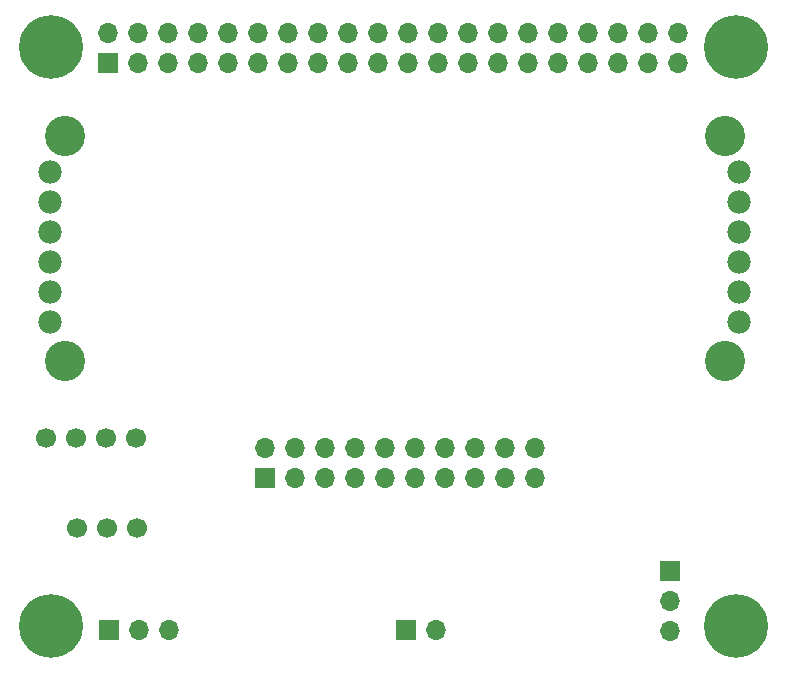
<source format=gbs>
%TF.GenerationSoftware,KiCad,Pcbnew,7.0.10*%
%TF.CreationDate,2024-08-19T03:07:17+10:00*%
%TF.ProjectId,AI4R-PIHAT,41493452-2d50-4494-9841-542e6b696361,rev?*%
%TF.SameCoordinates,Original*%
%TF.FileFunction,Soldermask,Bot*%
%TF.FilePolarity,Negative*%
%FSLAX46Y46*%
G04 Gerber Fmt 4.6, Leading zero omitted, Abs format (unit mm)*
G04 Created by KiCad (PCBNEW 7.0.10) date 2024-08-19 03:07:17*
%MOMM*%
%LPD*%
G01*
G04 APERTURE LIST*
%ADD10R,1.700000X1.700000*%
%ADD11O,1.700000X1.700000*%
%ADD12C,5.400000*%
%ADD13C,1.982000*%
%ADD14C,3.404000*%
%ADD15C,1.700000*%
G04 APERTURE END LIST*
D10*
%TO.C,J9*%
X45600000Y-64800000D03*
D11*
X48140000Y-64800000D03*
%TD*%
D10*
%TO.C,J1*%
X20380000Y-16800000D03*
D11*
X20380000Y-14260000D03*
X22920000Y-16800000D03*
X22920000Y-14260000D03*
X25460000Y-16800000D03*
X25460000Y-14260000D03*
X28000000Y-16800000D03*
X28000000Y-14260000D03*
X30540000Y-16800000D03*
X30540000Y-14260000D03*
X33080000Y-16800000D03*
X33080000Y-14260000D03*
X35620000Y-16800000D03*
X35620000Y-14260000D03*
X38160000Y-16800000D03*
X38160000Y-14260000D03*
X40700000Y-16800000D03*
X40700000Y-14260000D03*
X43240000Y-16800000D03*
X43240000Y-14260000D03*
X45780000Y-16800000D03*
X45780000Y-14260000D03*
X48320000Y-16800000D03*
X48320000Y-14260000D03*
X50860000Y-16800000D03*
X50860000Y-14260000D03*
X53400000Y-16800000D03*
X53400000Y-14260000D03*
X55940000Y-16800000D03*
X55940000Y-14260000D03*
X58480000Y-16800000D03*
X58480000Y-14260000D03*
X61020000Y-16800000D03*
X61020000Y-14260000D03*
X63560000Y-16800000D03*
X63560000Y-14260000D03*
X66100000Y-16800000D03*
X66100000Y-14260000D03*
X68640000Y-16800000D03*
X68640000Y-14260000D03*
%TD*%
D10*
%TO.C,J6*%
X33640000Y-52000000D03*
D11*
X33640000Y-49460000D03*
X36180000Y-52000000D03*
X36180000Y-49460000D03*
X38720000Y-52000000D03*
X38720000Y-49460000D03*
X41260000Y-52000000D03*
X41260000Y-49460000D03*
X43800000Y-52000000D03*
X43800000Y-49460000D03*
X46340000Y-52000000D03*
X46340000Y-49460000D03*
X48880000Y-52000000D03*
X48880000Y-49460000D03*
X51420000Y-52000000D03*
X51420000Y-49460000D03*
X53960000Y-52000000D03*
X53960000Y-49460000D03*
X56500000Y-52000000D03*
X56500000Y-49460000D03*
%TD*%
D12*
%TO.C,H3*%
X15500000Y-64500000D03*
%TD*%
%TO.C,H4*%
X73500000Y-64500000D03*
%TD*%
D13*
%TO.C,U1*%
X15490000Y-26023000D03*
X73783000Y-26023000D03*
X15490000Y-28563000D03*
X73783000Y-28563000D03*
D14*
X16760000Y-22975000D03*
X72640000Y-22975000D03*
X16760000Y-42025000D03*
X72640000Y-42025000D03*
D13*
X15490000Y-31103000D03*
X73783000Y-31103000D03*
X15490000Y-33643000D03*
X73783000Y-33643000D03*
X15490000Y-38723000D03*
X73783000Y-38723000D03*
X15490000Y-36183000D03*
X73783000Y-36183000D03*
%TD*%
D15*
%TO.C,U2*%
X17700000Y-56180000D03*
X20240000Y-56180000D03*
X22780000Y-56180000D03*
X22730000Y-48560000D03*
X20190000Y-48560000D03*
X17650000Y-48560000D03*
X15110000Y-48560000D03*
%TD*%
D12*
%TO.C,H2*%
X73500000Y-15500000D03*
%TD*%
%TO.C,H1*%
X15500000Y-15500000D03*
%TD*%
D10*
%TO.C,J7*%
X20470000Y-64800000D03*
D11*
X23010000Y-64800000D03*
X25550000Y-64800000D03*
%TD*%
D10*
%TO.C,J8*%
X67900000Y-59875000D03*
D11*
X67900000Y-62415000D03*
X67900000Y-64955000D03*
%TD*%
M02*

</source>
